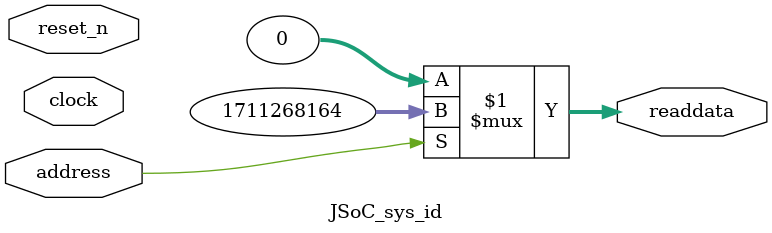
<source format=v>

`timescale 1ns / 1ps
// synthesis translate_on

// turn off superfluous verilog processor warnings 
// altera message_level Level1 
// altera message_off 10034 10035 10036 10037 10230 10240 10030 

module JSoC_sys_id (
               // inputs:
                address,
                clock,
                reset_n,

               // outputs:
                readdata
             )
;

  output  [ 31: 0] readdata;
  input            address;
  input            clock;
  input            reset_n;

  wire    [ 31: 0] readdata;
  //control_slave, which is an e_avalon_slave
  assign readdata = address ? 1711268164 : 0;

endmodule




</source>
